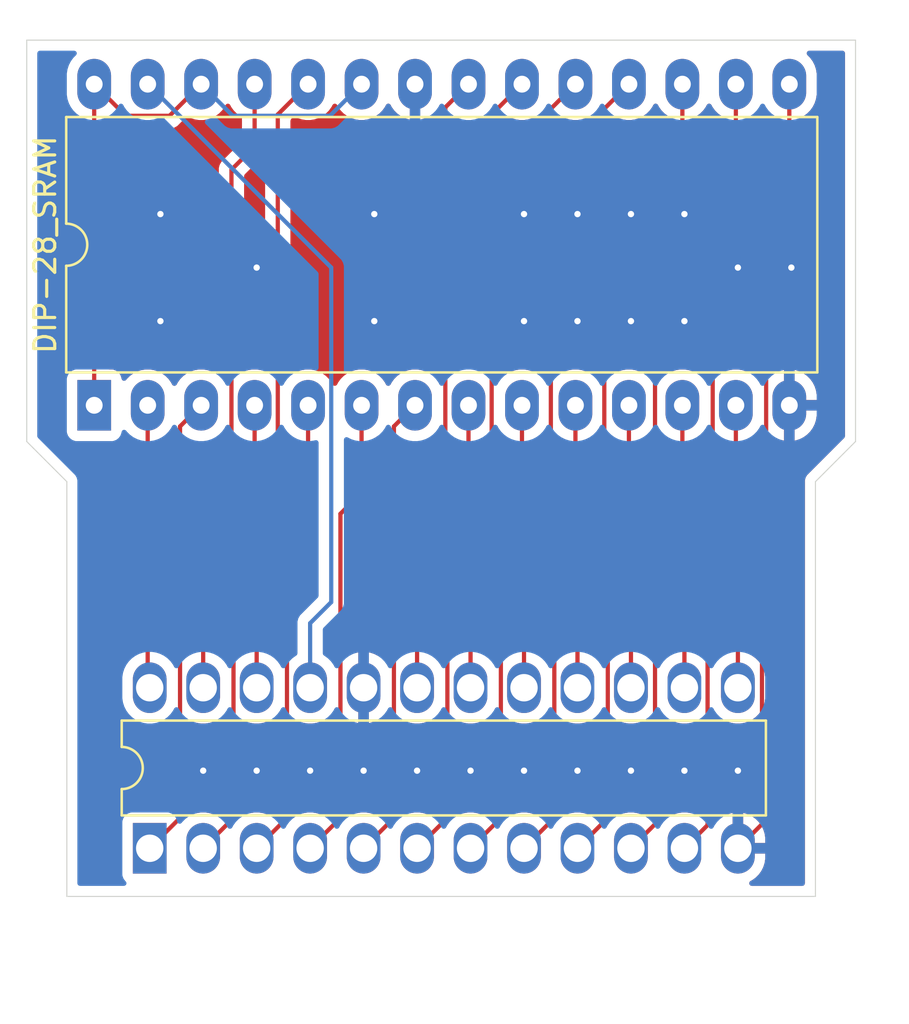
<source format=kicad_pcb>
(kicad_pcb (version 20240108) (generator "pcbnew") (generator_version "8.0")
  (layers (0 "F.Cu" signal) (31 "B.Cu" signal) (34 "B.Paste" user) (35 "F.Paste" user) (36 "B.SilkS" user "B.Silkscreen") (37 "F.SilkS" user "F.Silkscreen") (38 "B.Mask" user) (39 "F.Mask" user) (44 "Edge.Cuts" user))
  (net 0 "")
  (net 1 "A7")
  (net 2 "A6")
  (net 3 "A5")
  (net 4 "A4")
  (net 5 "A3")
  (net 6 "A2")
  (net 7 "A1")
  (net 8 "A0")
  (net 9 "D0")
  (net 10 "D1")
  (net 11 "D2")
  (net 12 "GND")
  (net 13 "5v")
  (net 14 "A8")
  (net 15 "A9")
  (net 16 "WE")
  (net 17 "A10")
  (net 18 "CE")
  (net 19 "D7")
  (net 20 "D6")
  (net 21 "D5")
  (net 22 "D4")
  (net 23 "D3")
  (footprint "Package_DIP:DIP-24_W7.62mm_LongPads" (layer "F.Cu") (at 123.952 101.219 90)
    (property "Reference" "NES_MAINBOARD_DIP24RAMPADS" (hide yes))
    (property "Value" "DIP-24_W7.62mm_LongPads" (hide yes))
    (fp_line (start 6.06 -1.33) (end 4.81 -1.33) (stroke (width 0.12)) (layer "F.SilkS"))
    (fp_line (start 2.81 -1.33) (end 1.56 -1.33) (stroke (width 0.12)) (layer "F.SilkS"))
    (fp_line (start 1.56 -1.33) (end 1.56 29.27) (stroke (width 0.12)) (layer "F.SilkS"))
    (fp_line (start 6.06 29.27) (end 6.06 -1.33) (stroke (width 0.12)) (layer "F.SilkS"))
    (fp_line (start 1.56 29.27) (end 6.06 29.27) (stroke (width 0.12)) (layer "F.SilkS"))
    (fp_arc (start 4.81 -1.33) (mid 3.81 -0.33) (end 2.81 -1.33) (stroke (width 0.12)) (layer "F.SilkS"))
    (pad "1" thru_hole rect (at 0 0 90) (size 2.4 1.6) (drill 1.3) (layers "*.Cu" "*.Mask") (net 1 "A7"))
    (pad "2" thru_hole oval (at 0 2.54 90) (size 2.4 1.6) (drill 1.3) (layers "*.Cu" "*.Mask") (net 2 "A6"))
    (pad "3" thru_hole oval (at 0 5.08 90) (size 2.4 1.6) (drill 1.3) (layers "*.Cu" "*.Mask") (net 3 "A5"))
    (pad "4" thru_hole oval (at 0 7.62 90) (size 2.4 1.6) (drill 1.3) (layers "*.Cu" "*.Mask") (net 4 "A4"))
    (pad "5" thru_hole oval (at 0 10.16 90) (size 2.4 1.6) (drill 1.3) (layers "*.Cu" "*.Mask") (net 5 "A3"))
    (pad "6" thru_hole oval (at 0 12.7 90) (size 2.4 1.6) (drill 1.3) (layers "*.Cu" "*.Mask") (net 6 "A2"))
    (pad "7" thru_hole oval (at 0 15.24 90) (size 2.4 1.6) (drill 1.3) (layers "*.Cu" "*.Mask") (net 7 "A1"))
    (pad "8" thru_hole oval (at 0 17.78 90) (size 2.4 1.6) (drill 1.3) (layers "*.Cu" "*.Mask") (net 8 "A0"))
    (pad "9" thru_hole oval (at 0 20.32 90) (size 2.4 1.6) (drill 1.3) (layers "*.Cu" "*.Mask") (net 9 "D0"))
    (pad "10" thru_hole oval (at 0 22.86 90) (size 2.4 1.6) (drill 1.3) (layers "*.Cu" "*.Mask") (net 10 "D1"))
    (pad "11" thru_hole oval (at 0 25.4 90) (size 2.4 1.6) (drill 1.3) (layers "*.Cu" "*.Mask") (net 11 "D2"))
    (pad "12" thru_hole oval (at 0 27.94 90) (size 2.4 1.6) (drill 1.3) (layers "*.Cu" "*.Mask") (net 12 "GND"))
    (pad "13" thru_hole oval (at 7.62 27.94 90) (size 2.4 1.6) (drill 1.3) (layers "*.Cu" "*.Mask") (net 23 "D3"))
    (pad "14" thru_hole oval (at 7.62 25.4 90) (size 2.4 1.6) (drill 1.3) (layers "*.Cu" "*.Mask") (net 22 "D4"))
    (pad "15" thru_hole oval (at 7.62 22.86 90) (size 2.4 1.6) (drill 1.3) (layers "*.Cu" "*.Mask") (net 21 "D5"))
    (pad "16" thru_hole oval (at 7.62 20.32 90) (size 2.4 1.6) (drill 1.3) (layers "*.Cu" "*.Mask") (net 20 "D6"))
    (pad "17" thru_hole oval (at 7.62 17.78 90) (size 2.4 1.6) (drill 1.3) (layers "*.Cu" "*.Mask") (net 19 "D7"))
    (pad "18" thru_hole oval (at 7.62 15.24 90) (size 2.4 1.6) (drill 1.3) (layers "*.Cu" "*.Mask") (net 18 "CE"))
    (pad "19" thru_hole oval (at 7.62 12.7 90) (size 2.4 1.6) (drill 1.3) (layers "*.Cu" "*.Mask") (net 17 "A10"))
    (pad "20" thru_hole oval (at 7.62 10.16 90) (size 2.4 1.6) (drill 1.3) (layers "*.Cu" "*.Mask") (net 12 "GND"))
    (pad "21" thru_hole oval (at 7.62 7.62 90) (size 2.4 1.6) (drill 1.3) (layers "*.Cu" "*.Mask") (net 16 "WE"))
    (pad "22" thru_hole oval (at 7.62 5.08 90) (size 2.4 1.6) (drill 1.3) (layers "*.Cu" "*.Mask") (net 15 "A9"))
    (pad "23" thru_hole oval (at 7.62 2.54 90) (size 2.4 1.6) (drill 1.3) (layers "*.Cu" "*.Mask") (net 14 "A8"))
    (pad "24" thru_hole oval (at 7.62 0 90) (size 2.4 1.6) (drill 1.3) (layers "*.Cu" "*.Mask") (net 13 "5v"))
  )
  (footprint "Package_DIP:DIP-28_W15.24mm_LongPads" (layer "F.Cu") (at 121.315 80.195 90)
    (property "Reference" "DIP-28_SRAM" (at 7.62 -2.33 270) (layer "F.SilkS"))
    (property "Value" "DIP-28_W15.24mm_LongPads" (hide yes))
    (fp_line (start 13.68 -1.33) (end 8.62 -1.33) (stroke (width 0.12)) (layer "F.SilkS"))
    (fp_line (start 6.62 -1.33) (end 1.56 -1.33) (stroke (width 0.12)) (layer "F.SilkS"))
    (fp_line (start 1.56 -1.33) (end 1.56 34.35) (stroke (width 0.12)) (layer "F.SilkS"))
    (fp_line (start 13.68 34.35) (end 13.68 -1.33) (stroke (width 0.12)) (layer "F.SilkS"))
    (fp_line (start 1.56 34.35) (end 13.68 34.35) (stroke (width 0.12)) (layer "F.SilkS"))
    (fp_arc (start 8.62 -1.33) (mid 7.62 -0.33) (end 6.62 -1.33) (stroke (width 0.12)) (layer "F.SilkS"))
    (pad "1" thru_hole rect (at 0 0 90) (size 2.4 1.6) (drill 0.8) (layers "*.Cu" "*.Mask") (net 13 "5v"))
    (pad "2" thru_hole oval (at 0 2.54 90) (size 2.4 1.6) (drill 0.8) (layers "*.Cu" "*.Mask") (net 13 "5v"))
    (pad "3" thru_hole oval (at 0 5.08 90) (size 2.4 1.6) (drill 0.8) (layers "*.Cu" "*.Mask") (net 1 "A7"))
    (pad "4" thru_hole oval (at 0 7.62 90) (size 2.4 1.6) (drill 0.8) (layers "*.Cu" "*.Mask") (net 2 "A6"))
    (pad "5" thru_hole oval (at 0 10.16 90) (size 2.4 1.6) (drill 0.8) (layers "*.Cu" "*.Mask") (net 3 "A5"))
    (pad "6" thru_hole oval (at 0 12.7 90) (size 2.4 1.6) (drill 0.8) (layers "*.Cu" "*.Mask") (net 4 "A4"))
    (pad "7" thru_hole oval (at 0 15.24 90) (size 2.4 1.6) (drill 0.8) (layers "*.Cu" "*.Mask") (net 5 "A3"))
    (pad "8" thru_hole oval (at 0 17.78 90) (size 2.4 1.6) (drill 0.8) (layers "*.Cu" "*.Mask") (net 6 "A2"))
    (pad "9" thru_hole oval (at 0 20.32 90) (size 2.4 1.6) (drill 0.8) (layers "*.Cu" "*.Mask") (net 7 "A1"))
    (pad "10" thru_hole oval (at 0 22.86 90) (size 2.4 1.6) (drill 0.8) (layers "*.Cu" "*.Mask") (net 8 "A0"))
    (pad "11" thru_hole oval (at 0 25.4 90) (size 2.4 1.6) (drill 0.8) (layers "*.Cu" "*.Mask") (net 9 "D0"))
    (pad "12" thru_hole oval (at 0 27.94 90) (size 2.4 1.6) (drill 0.8) (layers "*.Cu" "*.Mask") (net 10 "D1"))
    (pad "13" thru_hole oval (at 0 30.48 90) (size 2.4 1.6) (drill 0.8) (layers "*.Cu" "*.Mask") (net 11 "D2"))
    (pad "14" thru_hole oval (at 0 33.02 90) (size 2.4 1.6) (drill 0.8) (layers "*.Cu" "*.Mask") (net 12 "GND"))
    (pad "15" thru_hole oval (at 15.24 33.02 90) (size 2.4 1.6) (drill 0.8) (layers "*.Cu" "*.Mask") (net 23 "D3"))
    (pad "16" thru_hole oval (at 15.24 30.48 90) (size 2.4 1.6) (drill 0.8) (layers "*.Cu" "*.Mask") (net 22 "D4"))
    (pad "17" thru_hole oval (at 15.24 27.94 90) (size 2.4 1.6) (drill 0.8) (layers "*.Cu" "*.Mask") (net 21 "D5"))
    (pad "18" thru_hole oval (at 15.24 25.4 90) (size 2.4 1.6) (drill 0.8) (layers "*.Cu" "*.Mask") (net 20 "D6"))
    (pad "19" thru_hole oval (at 15.24 22.86 90) (size 2.4 1.6) (drill 0.8) (layers "*.Cu" "*.Mask") (net 19 "D7"))
    (pad "20" thru_hole oval (at 15.24 20.32 90) (size 2.4 1.6) (drill 0.8) (layers "*.Cu" "*.Mask") (net 18 "CE"))
    (pad "21" thru_hole oval (at 15.24 17.78 90) (size 2.4 1.6) (drill 0.8) (layers "*.Cu" "*.Mask") (net 17 "A10"))
    (pad "22" thru_hole oval (at 15.24 15.24 90) (size 2.4 1.6) (drill 0.8) (layers "*.Cu" "*.Mask") (net 12 "GND"))
    (pad "23" thru_hole oval (at 15.24 12.7 90) (size 2.4 1.6) (drill 0.8) (layers "*.Cu" "*.Mask") (net 13 "5v"))
    (pad "24" thru_hole oval (at 15.24 10.16 90) (size 2.4 1.6) (drill 0.8) (layers "*.Cu" "*.Mask") (net 15 "A9"))
    (pad "25" thru_hole oval (at 15.24 7.62 90) (size 2.4 1.6) (drill 0.8) (layers "*.Cu" "*.Mask") (net 14 "A8"))
    (pad "26" thru_hole oval (at 15.24 5.08 90) (size 2.4 1.6) (drill 0.8) (layers "*.Cu" "*.Mask") (net 13 "5v"))
    (pad "27" thru_hole oval (at 15.24 2.54 90) (size 2.4 1.6) (drill 0.8) (layers "*.Cu" "*.Mask") (net 16 "WE"))
    (pad "28" thru_hole oval (at 15.24 0 90) (size 2.4 1.6) (drill 0.8) (layers "*.Cu" "*.Mask") (net 13 "5v"))
  )
  (gr_line (start 120.015 103.505) (end 155.575 103.505) (stroke (width 0.05)) (layer "Edge.Cuts"))
  (gr_line (start 118.11 81.915) (end 120.015 83.82) (stroke (width 0.05)) (layer "Edge.Cuts"))
  (gr_line (start 118.11 62.865) (end 118.11 81.915) (stroke (width 0.05)) (layer "Edge.Cuts"))
  (gr_line (start 157.48 81.915) (end 155.575 83.82) (stroke (width 0.05)) (layer "Edge.Cuts"))
  (gr_line (start 155.575 83.82) (end 155.575 103.505) (stroke (width 0.05)) (layer "Edge.Cuts"))
  (gr_line (start 120.015 83.82) (end 120.015 103.505) (stroke (width 0.05)) (layer "Edge.Cuts"))
  (gr_line (start 157.48 62.865) (end 157.48 81.915) (stroke (width 0.05)) (layer "Edge.Cuts"))
  (gr_line (start 118.11 62.865) (end 157.48 62.865) (stroke (width 0.05)) (layer "Edge.Cuts"))
  (segment (start 125.392 99.779) (end 123.952 101.219) (width 0.2) (layer "F.Cu") (net 1))
  (segment (start 125.392 81.198) (end 125.392 99.779) (width 0.2) (layer "F.Cu") (net 1))
  (segment (start 126.395 80.195) (end 125.392 81.198) (width 0.2) (layer "F.Cu") (net 1))
  (segment (start 127.932 84.793) (end 127.932 99.779) (width 0.2) (layer "F.Cu") (net 2))
  (segment (start 128.905 83.185) (end 128.905 83.82) (width 0.2) (layer "F.Cu") (net 2))
  (segment (start 128.935 83.155) (end 128.905 83.185) (width 0.2) (layer "F.Cu") (net 2))
  (segment (start 128.935 80.195) (end 128.935 83.155) (width 0.2) (layer "F.Cu") (net 2))
  (segment (start 128.905 83.82) (end 127.932 84.793) (width 0.2) (layer "F.Cu") (net 2))
  (segment (start 127.932 99.779) (end 126.492 101.219) (width 0.2) (layer "F.Cu") (net 2))
  (segment (start 130.472 99.779) (end 129.032 101.219) (width 0.2) (layer "F.Cu") (net 3))
  (segment (start 131.475 80.195) (end 131.475 85.357) (width 0.2) (layer "F.Cu") (net 3))
  (segment (start 130.472 86.36) (end 130.472 99.779) (width 0.2) (layer "F.Cu") (net 3))
  (segment (start 131.475 85.357) (end 130.472 86.36) (width 0.2) (layer "F.Cu") (net 3))
  (segment (start 134.015 80.195) (end 134.015 84.341) (width 0.2) (layer "F.Cu") (net 4))
  (segment (start 133.012 85.344) (end 133.012 99.779) (width 0.2) (layer "F.Cu") (net 4))
  (segment (start 134.015 84.341) (end 133.012 85.344) (width 0.2) (layer "F.Cu") (net 4))
  (segment (start 133.012 99.779) (end 131.572 101.219) (width 0.2) (layer "F.Cu") (net 4))
  (segment (start 136.555 80.195) (end 135.552 81.198) (width 0.2) (layer "F.Cu") (net 5))
  (segment (start 135.552 99.779) (end 134.112 101.219) (width 0.2) (layer "F.Cu") (net 5))
  (segment (start 135.552 81.198) (end 135.552 99.779) (width 0.2) (layer "F.Cu") (net 5))
  (segment (start 138.092 85.428) (end 138.092 99.779) (width 0.2) (layer "F.Cu") (net 6))
  (segment (start 139.095 84.425) (end 138.092 85.428) (width 0.2) (layer "F.Cu") (net 6))
  (segment (start 138.092 99.779) (end 136.652 101.219) (width 0.2) (layer "F.Cu") (net 6))
  (segment (start 139.095 80.195) (end 139.095 84.425) (width 0.2) (layer "F.Cu") (net 6))
  (segment (start 141.635 82.817) (end 140.632 83.82) (width 0.2) (layer "F.Cu") (net 7))
  (segment (start 140.632 83.82) (end 140.632 99.779) (width 0.2) (layer "F.Cu") (net 7))
  (segment (start 140.632 99.779) (end 139.192 101.219) (width 0.2) (layer "F.Cu") (net 7))
  (segment (start 141.635 80.195) (end 141.635 82.817) (width 0.2) (layer "F.Cu") (net 7))
  (segment (start 144.175 80.195) (end 144.175 83.155) (width 0.2) (layer "F.Cu") (net 8))
  (segment (start 143.172 84.158) (end 143.172 99.779) (width 0.2) (layer "F.Cu") (net 8))
  (segment (start 144.175 83.155) (end 143.172 84.158) (width 0.2) (layer "F.Cu") (net 8))
  (segment (start 143.172 99.779) (end 141.732 101.219) (width 0.2) (layer "F.Cu") (net 8))
  (segment (start 146.715 83.155) (end 145.712 84.158) (width 0.2) (layer "F.Cu") (net 9))
  (segment (start 145.712 84.158) (end 145.712 99.779) (width 0.2) (layer "F.Cu") (net 9))
  (segment (start 146.715 80.195) (end 146.715 83.155) (width 0.2) (layer "F.Cu") (net 9))
  (segment (start 145.712 99.779) (end 144.272 101.219) (width 0.2) (layer "F.Cu") (net 9))
  (segment (start 147.955 84.709) (end 149.255 83.409) (width 0.2) (layer "F.Cu") (net 10))
  (segment (start 149.255 83.409) (end 149.255 80.195) (width 0.2) (layer "F.Cu") (net 10))
  (segment (start 146.812 101.219) (end 147.955 100.076) (width 0.2) (layer "F.Cu") (net 10))
  (segment (start 147.955 100.076) (end 147.955 84.709) (width 0.2) (layer "F.Cu") (net 10))
  (segment (start 150.452 86.36) (end 150.452 100.119) (width 0.2) (layer "F.Cu") (net 11))
  (segment (start 151.795 80.195) (end 151.795 85.017) (width 0.2) (layer "F.Cu") (net 11))
  (segment (start 150.452 100.119) (end 149.352 101.219) (width 0.2) (layer "F.Cu") (net 11))
  (segment (start 151.795 85.017) (end 150.452 86.36) (width 0.2) (layer "F.Cu") (net 11))
  (segment (start 154.335 90.267) (end 153.035 91.567) (width 0.2) (layer "F.Cu") (net 12))
  (segment (start 153.035 91.567) (end 153.035 100.076) (width 0.2) (layer "F.Cu") (net 12))
  (segment (start 153.035 100.076) (end 151.892 101.219) (width 0.2) (layer "F.Cu") (net 12))
  (segment (start 154.335 80.195) (end 154.335 90.267) (width 0.2) (layer "F.Cu") (net 12))
  (via (at 149.352 97.536) (size 0.6) (drill 0.3) (layers "F.Cu" "B.Cu") (net 12))
  (via (at 136.652 97.536) (size 0.6) (drill 0.3) (layers "F.Cu" "B.Cu") (net 12))
  (via (at 129.032 73.66) (size 0.6) (drill 0.3) (layers "F.Cu" "B.Cu") (net 12))
  (via (at 139.192 97.536) (size 0.6) (drill 0.3) (layers "F.Cu" "B.Cu") (net 12))
  (via (at 134.62 71.12) (size 0.6) (drill 0.3) (layers "F.Cu" "B.Cu") (net 12))
  (via (at 126.492 97.536) (size 0.6) (drill 0.3) (layers "F.Cu" "B.Cu") (net 12))
  (via (at 144.272 71.12) (size 0.6) (drill 0.3) (layers "F.Cu" "B.Cu") (net 12))
  (via (at 151.892 97.536) (size 0.6) (drill 0.3) (layers "F.Cu" "B.Cu") (net 12))
  (via (at 146.812 97.536) (size 0.6) (drill 0.3) (layers "F.Cu" "B.Cu") (net 12))
  (via (at 141.732 97.536) (size 0.6) (drill 0.3) (layers "F.Cu" "B.Cu") (net 12))
  (via (at 149.352 76.2) (size 0.6) (drill 0.3) (layers "F.Cu" "B.Cu") (net 12))
  (via (at 131.572 97.536) (size 0.6) (drill 0.3) (layers "F.Cu" "B.Cu") (net 12))
  (via (at 134.62 76.2) (size 0.6) (drill 0.3) (layers "F.Cu" "B.Cu") (net 12))
  (via (at 141.732 76.2) (size 0.6) (drill 0.3) (layers "F.Cu" "B.Cu") (net 12))
  (via (at 124.46 71.12) (size 0.6) (drill 0.3) (layers "F.Cu" "B.Cu") (net 12))
  (via (at 146.812 76.2) (size 0.6) (drill 0.3) (layers "F.Cu" "B.Cu") (net 12))
  (via (at 144.272 76.2) (size 0.6) (drill 0.3) (layers "F.Cu" "B.Cu") (net 12))
  (via (at 151.892 73.66) (size 0.6) (drill 0.3) (layers "F.Cu" "B.Cu") (net 12))
  (via (at 129.032 97.536) (size 0.6) (drill 0.3) (layers "F.Cu" "B.Cu") (net 12))
  (via (at 144.272 97.536) (size 0.6) (drill 0.3) (layers "F.Cu" "B.Cu") (net 12))
  (via (at 124.46 76.2) (size 0.6) (drill 0.3) (layers "F.Cu" "B.Cu") (net 12))
  (via (at 146.812 71.12) (size 0.6) (drill 0.3) (layers "F.Cu" "B.Cu") (net 12))
  (via (at 154.432 73.66) (size 0.6) (drill 0.3) (layers "F.Cu" "B.Cu") (net 12))
  (via (at 149.352 71.12) (size 0.6) (drill 0.3) (layers "F.Cu" "B.Cu") (net 12))
  (via (at 134.112 97.536) (size 0.6) (drill 0.3) (layers "F.Cu" "B.Cu") (net 12))
  (via (at 141.732 71.12) (size 0.6) (drill 0.3) (layers "F.Cu" "B.Cu") (net 12))
  (segment (start 123.855 93.502) (end 123.952 93.599) (width 0.2) (layer "F.Cu") (net 13))
  (segment (start 123.855 80.195) (end 123.855 93.502) (width 0.2) (layer "F.Cu") (net 13))
  (segment (start 122.815 66.455) (end 121.315 64.955) (width 0.2) (layer "F.Cu") (net 13))
  (segment (start 126.395 64.955) (end 124.895 66.455) (width 0.2) (layer "F.Cu") (net 13))
  (segment (start 121.315 64.955) (end 121.315 80.195) (width 0.2) (layer "F.Cu") (net 13))
  (segment (start 124.895 66.455) (end 122.815 66.455) (width 0.2) (layer "F.Cu") (net 13))
  (segment (start 127.895 66.455) (end 126.395 64.955) (width 0.2) (layer "B.Cu") (net 13))
  (segment (start 134.015 64.955) (end 132.515 66.455) (width 0.2) (layer "B.Cu") (net 13))
  (segment (start 132.515 66.455) (end 127.895 66.455) (width 0.2) (layer "B.Cu") (net 13))
  (segment (start 127.835 69.015) (end 128.905 67.945) (width 0.2) (layer "F.Cu") (net 14))
  (segment (start 126.492 83.693) (end 127.835 82.35) (width 0.2) (layer "F.Cu") (net 14))
  (segment (start 127.835 82.35) (end 127.835 69.015) (width 0.2) (layer "F.Cu") (net 14))
  (segment (start 126.492 93.599) (end 126.492 83.693) (width 0.2) (layer "F.Cu") (net 14))
  (segment (start 128.935 67.28) (end 128.935 64.955) (width 0.2) (layer "F.Cu") (net 14))
  (segment (start 128.905 67.945) (end 128.905 67.31) (width 0.2) (layer "F.Cu") (net 14))
  (segment (start 128.905 67.31) (end 128.935 67.28) (width 0.2) (layer "F.Cu") (net 14))
  (segment (start 129.032 93.599) (end 129.032 84.963) (width 0.2) (layer "F.Cu") (net 15))
  (segment (start 131.475 64.955) (end 130.035 66.395) (width 0.2) (layer "F.Cu") (net 15))
  (segment (start 129.032 84.963) (end 130.035 83.96) (width 0.2) (layer "F.Cu") (net 15))
  (segment (start 130.035 66.395) (end 130.035 83.96) (width 0.2) (layer "F.Cu") (net 15))
  (segment (start 123.87 64.955) (end 123.855 64.955) (width 0.2) (layer "B.Cu") (net 16))
  (segment (start 132.575 89.535) (end 131.572 90.538) (width 0.2) (layer "B.Cu") (net 16))
  (segment (start 132.575 73.66) (end 123.87 64.955) (width 0.2) (layer "B.Cu") (net 16))
  (segment (start 132.575 73.66) (end 132.575 89.535) (width 0.2) (layer "B.Cu") (net 16))
  (segment (start 131.572 90.538) (end 131.572 93.599) (width 0.2) (layer "B.Cu") (net 16))
  (segment (start 136.652 86.233) (end 136.652 93.599) (width 0.2) (layer "F.Cu") (net 17))
  (segment (start 139.095 64.955) (end 137.995 66.055) (width 0.2) (layer "F.Cu") (net 17))
  (segment (start 137.995 66.055) (end 137.995 84.89) (width 0.2) (layer "F.Cu") (net 17))
  (segment (start 137.995 84.89) (end 136.652 86.233) (width 0.2) (layer "F.Cu") (net 17))
  (segment (start 139.7 83.82) (end 139.7 86.36) (width 0.2) (layer "F.Cu") (net 18))
  (segment (start 139.192 86.868) (end 139.7 86.36) (width 0.2) (layer "F.Cu") (net 18))
  (segment (start 141.635 64.955) (end 140.195 66.395) (width 0.2) (layer "F.Cu") (net 18))
  (segment (start 140.195 66.395) (end 140.195 83.325) (width 0.2) (layer "F.Cu") (net 18))
  (segment (start 140.195 83.325) (end 139.7 83.82) (width 0.2) (layer "F.Cu") (net 18))
  (segment (start 139.192 93.599) (end 139.192 86.868) (width 0.2) (layer "F.Cu") (net 18))
  (segment (start 141.732 84.963) (end 141.732 93.599) (width 0.2) (layer "F.Cu") (net 19))
  (segment (start 144.175 64.955) (end 143.006315 66.123685) (width 0.2) (layer "F.Cu") (net 19))
  (segment (start 143.006315 83.688685) (end 141.732 84.963) (width 0.2) (layer "F.Cu") (net 19))
  (segment (start 143.006315 66.123685) (end 143.006315 83.688685) (width 0.2) (layer "F.Cu") (net 19))
  (segment (start 145.546315 83.688685) (end 144.272 84.963) (width 0.2) (layer "F.Cu") (net 20))
  (segment (start 145.546315 66.123685) (end 145.546315 83.688685) (width 0.2) (layer "F.Cu") (net 20))
  (segment (start 144.272 84.963) (end 144.272 93.599) (width 0.2) (layer "F.Cu") (net 20))
  (segment (start 146.715 64.955) (end 145.546315 66.123685) (width 0.2) (layer "F.Cu") (net 20))
  (segment (start 149.255 64.955) (end 149.255 68.296) (width 0.2) (layer "F.Cu") (net 21))
  (segment (start 149.255 68.296) (end 147.955 69.596) (width 0.2) (layer "F.Cu") (net 21))
  (segment (start 147.955 83.312) (end 146.812 84.455) (width 0.2) (layer "F.Cu") (net 21))
  (segment (start 146.812 84.455) (end 146.812 93.599) (width 0.2) (layer "F.Cu") (net 21))
  (segment (start 147.955 69.596) (end 147.955 83.312) (width 0.2) (layer "F.Cu") (net 21))
  (segment (start 151.795 70.655) (end 150.695 71.755) (width 0.2) (layer "F.Cu") (net 22))
  (segment (start 149.352 84.963) (end 149.352 93.599) (width 0.2) (layer "F.Cu") (net 22))
  (segment (start 151.795 64.955) (end 151.795 70.655) (width 0.2) (layer "F.Cu") (net 22))
  (segment (start 150.695 83.62) (end 149.352 84.963) (width 0.2) (layer "F.Cu") (net 22))
  (segment (start 150.695 71.755) (end 150.695 83.62) (width 0.2) (layer "F.Cu") (net 22))
  (segment (start 153.235 85.525) (end 153.235 68.961) (width 0.2) (layer "F.Cu") (net 23))
  (segment (start 151.892 93.599) (end 151.892 86.868) (width 0.2) (layer "F.Cu") (net 23))
  (segment (start 153.235 68.961) (end 154.335 67.861) (width 0.2) (layer "F.Cu") (net 23))
  (segment (start 154.335 67.861) (end 154.335 64.955) (width 0.2) (layer "F.Cu") (net 23))
  (segment (start 151.892 86.868) (end 153.235 85.525) (width 0.2) (layer "F.Cu") (net 23))
  (zone (net 12) (net_name "GND") (layers "F&B.Cu") (connect_pads (clearance 0.5)) (min_thickness 0.25) (fill yes (thermal_gap 0.5) (thermal_bridge_width 0.5))
    (polygon (pts (xy 116.84 60.96) (xy 160.02 60.96) (xy 160.02 106.68) (xy 116.84 106.68)))
  )
)
</source>
